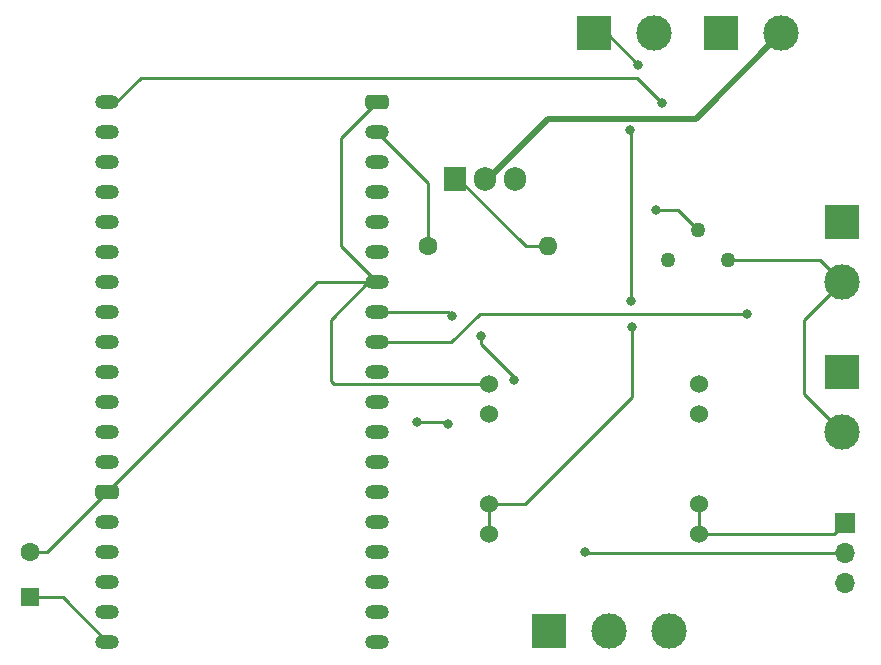
<source format=gtl>
G04 #@! TF.GenerationSoftware,KiCad,Pcbnew,(6.0.5-0)*
G04 #@! TF.CreationDate,2022-08-30T14:31:10-04:00*
G04 #@! TF.ProjectId,NodeMCU-32S,4e6f6465-4d43-4552-9d33-32532e6b6963,rev?*
G04 #@! TF.SameCoordinates,Original*
G04 #@! TF.FileFunction,Copper,L1,Top*
G04 #@! TF.FilePolarity,Positive*
%FSLAX46Y46*%
G04 Gerber Fmt 4.6, Leading zero omitted, Abs format (unit mm)*
G04 Created by KiCad (PCBNEW (6.0.5-0)) date 2022-08-30 14:31:10*
%MOMM*%
%LPD*%
G01*
G04 APERTURE LIST*
G04 Aperture macros list*
%AMRoundRect*
0 Rectangle with rounded corners*
0 $1 Rounding radius*
0 $2 $3 $4 $5 $6 $7 $8 $9 X,Y pos of 4 corners*
0 Add a 4 corners polygon primitive as box body*
4,1,4,$2,$3,$4,$5,$6,$7,$8,$9,$2,$3,0*
0 Add four circle primitives for the rounded corners*
1,1,$1+$1,$2,$3*
1,1,$1+$1,$4,$5*
1,1,$1+$1,$6,$7*
1,1,$1+$1,$8,$9*
0 Add four rect primitives between the rounded corners*
20,1,$1+$1,$2,$3,$4,$5,0*
20,1,$1+$1,$4,$5,$6,$7,0*
20,1,$1+$1,$6,$7,$8,$9,0*
20,1,$1+$1,$8,$9,$2,$3,0*%
G04 Aperture macros list end*
G04 #@! TA.AperFunction,ComponentPad*
%ADD10R,1.600000X1.600000*%
G04 #@! TD*
G04 #@! TA.AperFunction,ComponentPad*
%ADD11C,1.600000*%
G04 #@! TD*
G04 #@! TA.AperFunction,ComponentPad*
%ADD12R,3.000000X3.000000*%
G04 #@! TD*
G04 #@! TA.AperFunction,ComponentPad*
%ADD13C,3.000000*%
G04 #@! TD*
G04 #@! TA.AperFunction,ComponentPad*
%ADD14R,1.905000X2.000000*%
G04 #@! TD*
G04 #@! TA.AperFunction,ComponentPad*
%ADD15O,1.905000X2.000000*%
G04 #@! TD*
G04 #@! TA.AperFunction,ComponentPad*
%ADD16C,1.524000*%
G04 #@! TD*
G04 #@! TA.AperFunction,ComponentPad*
%ADD17C,1.260000*%
G04 #@! TD*
G04 #@! TA.AperFunction,ComponentPad*
%ADD18O,2.000000X1.200000*%
G04 #@! TD*
G04 #@! TA.AperFunction,ComponentPad*
%ADD19RoundRect,0.300000X-0.700000X0.300000X-0.700000X-0.300000X0.700000X-0.300000X0.700000X0.300000X0*%
G04 #@! TD*
G04 #@! TA.AperFunction,ComponentPad*
%ADD20O,1.600000X1.600000*%
G04 #@! TD*
G04 #@! TA.AperFunction,ComponentPad*
%ADD21R,1.700000X1.700000*%
G04 #@! TD*
G04 #@! TA.AperFunction,ComponentPad*
%ADD22O,1.700000X1.700000*%
G04 #@! TD*
G04 #@! TA.AperFunction,ViaPad*
%ADD23C,0.800000*%
G04 #@! TD*
G04 #@! TA.AperFunction,Conductor*
%ADD24C,0.250000*%
G04 #@! TD*
G04 #@! TA.AperFunction,Conductor*
%ADD25C,0.500000*%
G04 #@! TD*
G04 APERTURE END LIST*
D10*
X65887600Y-102894651D03*
D11*
X65887600Y-99094651D03*
D12*
X109778800Y-105765600D03*
D13*
X114858800Y-105765600D03*
X119938800Y-105765600D03*
D14*
X101828600Y-67442200D03*
D15*
X104368600Y-67442200D03*
X106908600Y-67442200D03*
D16*
X104698800Y-87350600D03*
X104698800Y-84810600D03*
X104698800Y-94970600D03*
X104698800Y-97510600D03*
X122478800Y-87350600D03*
X122478800Y-84810600D03*
X122478800Y-94970600D03*
X122478800Y-97510600D03*
D12*
X134620000Y-83820000D03*
D13*
X134620000Y-88900000D03*
D12*
X113639600Y-55130700D03*
D13*
X118719600Y-55130700D03*
D12*
X134620000Y-71120000D03*
D13*
X134620000Y-76200000D03*
D17*
X119862600Y-74345800D03*
X122402600Y-71805800D03*
X124942600Y-74345800D03*
D18*
X72395400Y-60962720D03*
X72395400Y-63502720D03*
X72395400Y-66042720D03*
X72395400Y-68582720D03*
X72395400Y-71122720D03*
X72395400Y-73662720D03*
X72395400Y-76202720D03*
X72395400Y-78742720D03*
X72395400Y-81282720D03*
X72395400Y-83822720D03*
X72395400Y-86362720D03*
X72395400Y-88902720D03*
X72395400Y-91442720D03*
D19*
X72395400Y-93982720D03*
D18*
X72395400Y-96522720D03*
X72395400Y-99062720D03*
X72395400Y-101602720D03*
X72395400Y-104142720D03*
X72395400Y-106682720D03*
X95226320Y-106680000D03*
X95226320Y-104140000D03*
X95230000Y-101602720D03*
X95230000Y-99062720D03*
X95230000Y-96522720D03*
X95230000Y-93982720D03*
X95230000Y-91442720D03*
X95230000Y-88902720D03*
X95230000Y-86362720D03*
X95230000Y-83822720D03*
X95230000Y-81282720D03*
X95230000Y-78742720D03*
X95230000Y-76202720D03*
X95230000Y-73662720D03*
X95230000Y-71122720D03*
X95230000Y-68582720D03*
X95230000Y-66042720D03*
X95230000Y-63502720D03*
D19*
X95230000Y-60962720D03*
D11*
X99568000Y-73177400D03*
D20*
X109728000Y-73177400D03*
D12*
X124396500Y-55130700D03*
D13*
X129476500Y-55130700D03*
D21*
X134848600Y-96570800D03*
D22*
X134848600Y-99110800D03*
X134848600Y-101650800D03*
D23*
X116763800Y-77800200D03*
X116687600Y-63347600D03*
X117348000Y-57785000D03*
X116789200Y-79971700D03*
X126593600Y-78867000D03*
X104063800Y-80810300D03*
X106857800Y-84531200D03*
X101574600Y-79070200D03*
X118872000Y-70078600D03*
X101219000Y-88214200D03*
X98577400Y-88061800D03*
X112826800Y-99060000D03*
X119329200Y-61010800D03*
D24*
X116814600Y-85902800D02*
X116814600Y-79997100D01*
X107746800Y-94970600D02*
X116814600Y-85902800D01*
X116814600Y-79997100D02*
X116789200Y-79971700D01*
X117348000Y-57785000D02*
X114693700Y-55130700D01*
X114693700Y-55130700D02*
X113639600Y-55130700D01*
X104698800Y-94970600D02*
X104698800Y-97510600D01*
X116763800Y-63423800D02*
X116687600Y-63347600D01*
X104698800Y-94970600D02*
X107746800Y-94970600D01*
X116763800Y-77800200D02*
X116763800Y-63423800D01*
X131425000Y-85705000D02*
X134620000Y-88900000D01*
X94510680Y-76202720D02*
X91313000Y-79400400D01*
X95230000Y-60962720D02*
X92151200Y-64041520D01*
X92151200Y-73123920D02*
X95230000Y-76202720D01*
X95230000Y-76202720D02*
X90175400Y-76202720D01*
X65887600Y-99094651D02*
X67283469Y-99094651D01*
X67283469Y-99094651D02*
X72395400Y-93982720D01*
X95230000Y-76202720D02*
X94510680Y-76202720D01*
X91313000Y-79400400D02*
X91313000Y-84556600D01*
X92151200Y-64041520D02*
X92151200Y-73123920D01*
X132765800Y-74345800D02*
X134620000Y-76200000D01*
X91313000Y-84556600D02*
X91567000Y-84810600D01*
X91567000Y-84810600D02*
X104698800Y-84810600D01*
X131425000Y-79395000D02*
X131425000Y-85705000D01*
X90175400Y-76202720D02*
X72395400Y-93982720D01*
X134620000Y-76200000D02*
X131425000Y-79395000D01*
X124942600Y-74345800D02*
X132765800Y-74345800D01*
X103911400Y-78867000D02*
X126593600Y-78867000D01*
X101495680Y-81282720D02*
X103911400Y-78867000D01*
X95230000Y-81282720D02*
X101495680Y-81282720D01*
X104063800Y-80810300D02*
X104063800Y-81432400D01*
X95230000Y-78742720D02*
X101247120Y-78742720D01*
X101247120Y-78742720D02*
X101574600Y-79070200D01*
X107010200Y-84378800D02*
X106857800Y-84531200D01*
X104063800Y-81432400D02*
X107010200Y-84378800D01*
X68607331Y-102894651D02*
X72395400Y-106682720D01*
X122478800Y-97510600D02*
X133908800Y-97510600D01*
X122478800Y-94970600D02*
X122478800Y-97510600D01*
X65887600Y-102894651D02*
X68607331Y-102894651D01*
X133908800Y-97510600D02*
X134848600Y-96570800D01*
X95230000Y-63502720D02*
X99568000Y-67840720D01*
X99568000Y-67840720D02*
X99568000Y-73177400D01*
X102108000Y-67442200D02*
X107843200Y-73177400D01*
X107843200Y-73177400D02*
X109728000Y-73177400D01*
D25*
X122199400Y-62407800D02*
X129476500Y-55130700D01*
X109682400Y-62407800D02*
X122199400Y-62407800D01*
X104648000Y-67442200D02*
X109682400Y-62407800D01*
D24*
X118872000Y-70078600D02*
X120675400Y-70078600D01*
X120675400Y-70078600D02*
X122402600Y-71805800D01*
X112877600Y-99110800D02*
X134848600Y-99110800D01*
X112826800Y-99060000D02*
X112877600Y-99110800D01*
X98577400Y-88061800D02*
X101066600Y-88061800D01*
X101066600Y-88061800D02*
X101219000Y-88214200D01*
X117246400Y-58928000D02*
X119329200Y-61010800D01*
X72395400Y-60962720D02*
X73174680Y-60962720D01*
X75209400Y-58928000D02*
X117246400Y-58928000D01*
X73174680Y-60962720D02*
X75209400Y-58928000D01*
M02*

</source>
